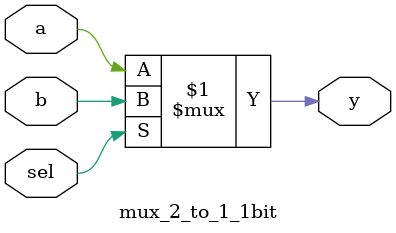
<source format=v>
module mux_2_to_1_1bit (
    input wire a,
    input wire b,
    input wire sel,
    output wire y
);
    assign y = sel ? b : a;
endmodule
</source>
